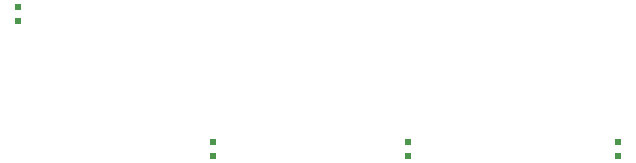
<source format=gbr>
G04 EAGLE Gerber RS-274X export*
G75*
%MOMM*%
%FSLAX34Y34*%
%LPD*%
%INSolderpaste Top*%
%IPPOS*%
%AMOC8*
5,1,8,0,0,1.08239X$1,22.5*%
G01*
%ADD10R,0.508000X0.609600*%


D10*
X342900Y348488D03*
X342900Y337312D03*
X508000Y234188D03*
X508000Y223012D03*
X673100Y234188D03*
X673100Y223012D03*
X850900Y234188D03*
X850900Y223012D03*
M02*

</source>
